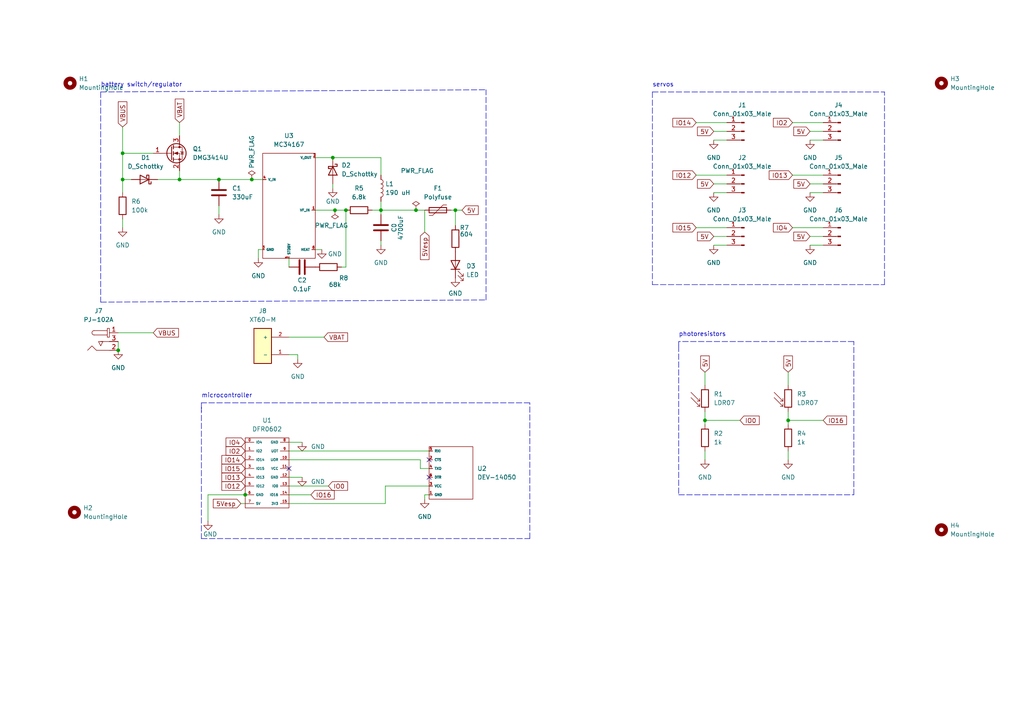
<source format=kicad_sch>
(kicad_sch (version 20211123) (generator eeschema)
  (paper "A4")
  (lib_symbols
    (symbol "Connector:Conn_01x03_Male" (pin_names (offset 1.016) hide)
      (property "Reference" "J" (at 0 5.08 0))
      (property "Value" "Conn_01x03_Male" (at 0 -5.08 0))
      (symbol "Conn_01x03_Male_1_1"
        (polyline (pts (xy 1.27 -2.54) (xy 0.8636 -2.54)) (stroke (width 0.1524)))
        (polyline (pts (xy 1.27 0) (xy 0.8636 0)) (stroke (width 0.1524)))
        (polyline (pts (xy 1.27 2.54) (xy 0.8636 2.54)) (stroke (width 0.1524)))
        (rectangle (start 0.8636 -2.413) (end 0 -2.667) (stroke (width 0.1524)) (fill (type outline)))
        (rectangle (start 0.8636 0.127) (end 0 -0.127) (stroke (width 0.1524)) (fill (type outline)))
        (rectangle (start 0.8636 2.667) (end 0 2.413) (stroke (width 0.1524)) (fill (type outline)))
        (pin passive line (at 5.08 2.54 180) (length 3.81) (name "Pin_1") (number "1"))
        (pin passive line (at 5.08 0 180) (length 3.81) (name "Pin_2") (number "2"))
        (pin passive line (at 5.08 -2.54 180) (length 3.81) (name "Pin_3") (number "3"))
      )
    )
    (symbol "CustomSymbols:DEV-14050"
      (property "Reference" "U" (at 0 -8.89 0))
      (property "Value" "DEV-14050" (at 0 8.89 0))
      (symbol "DEV-14050_0_1"
        (polyline (pts (xy -6.35 -7.62) (xy 6.35 -7.62) (xy 6.35 7.62) (xy -6.35 7.62) (xy -6.35 -7.62)))
      )
      (symbol "DEV-14050_1_1"
        (pin power_in line (at -6.35 -6.35 0) (length 1) (name "GND") (number "1"))
        (pin bidirectional line (at -6.35 3.81 0) (length 1) (name "CTS") (number "2"))
        (pin power_in line (at -6.35 -3.81 0) (length 1) (name "VCC") (number "3"))
        (pin bidirectional line (at -6.35 1.27 0) (length 1) (name "TXO") (number "4"))
        (pin bidirectional line (at -6.35 6.35 0) (length 1) (name "RXI") (number "5"))
        (pin bidirectional line (at -6.35 -1.27 0) (length 1) (name "DTR") (number "6"))
      )
    )
    (symbol "CustomSymbols:DFR0602"
      (property "Reference" "U" (at 0 -7.62 0))
      (property "Value" "DFR0602" (at 0 15.24 0))
      (symbol "DFR0602_0_1"
        (polyline (pts (xy -6.35 -6.35) (xy 6.35 -6.35) (xy 6.35 13.97) (xy -6.35 13.97) (xy -6.35 -6.35)))
      )
      (symbol "DFR0602_1_1"
        (pin output line (at -6.35 12.7 0) (length 2.54) (name "IO4") (number "0"))
        (pin output line (at -6.35 10.16 0) (length 2.54) (name "IO2") (number "1"))
        (pin output line (at 6.35 7.62 180) (length 2.54) (name "UOR") (number "10"))
        (pin power_out line (at 6.35 5.08 180) (length 2.54) (name "VCC") (number "11"))
        (pin power_out line (at 6.35 2.54 180) (length 2.54) (name "GND") (number "12"))
        (pin output line (at 6.35 0 180) (length 2.54) (name "IO0") (number "13"))
        (pin output line (at 6.35 -2.54 180) (length 2.54) (name "IO16") (number "14"))
        (pin power_out line (at 6.35 -5.08 180) (length 2.54) (name "3V3") (number "15"))
        (pin output line (at -6.35 7.62 0) (length 2.54) (name "IO14") (number "2"))
        (pin output line (at -6.35 5.08 0) (length 2.54) (name "IO15") (number "3"))
        (pin output line (at -6.35 2.54 0) (length 2.54) (name "IO13") (number "4"))
        (pin output line (at -6.35 0 0) (length 2.54) (name "IO12") (number "5"))
        (pin power_in line (at -6.35 -2.54 0) (length 2.54) (name "GND") (number "6"))
        (pin power_in line (at -6.35 -5.08 0) (length 2.54) (name "5V") (number "7"))
        (pin power_in line (at 6.35 12.7 180) (length 2.54) (name "GND") (number "8"))
        (pin output line (at 6.35 10.16 180) (length 2.54) (name "UOT") (number "9"))
      )
    )
    (symbol "CustomSymbols:MC34167"
      (property "Reference" "U3" (at 0 21.59 0))
      (property "Value" "MC34167" (at 0 19.05 0))
      (symbol "MC34167_0_1"
        (polyline (pts (xy -7.62 -13.97) (xy 7.62 -13.97) (xy 7.62 16.51) (xy -7.62 16.51) (xy -7.62 -13.97)))
      )
      (symbol "MC34167_1_1"
        (pin power_in line (at 7.62 0 180) (length 1) (name "VF_IN") (number "1"))
        (pin power_out line (at 7.62 15.24 180) (length 0.5) (name "V_OUT") (number "2"))
        (pin power_in line (at -7.62 -11.43 0) (length 0.5) (name "GND") (number "3"))
        (pin power_in line (at -7.62 8.89 0) (length 1) (name "V_IN") (number "4"))
        (pin output line (at 0 -13.97 90) (length 0.5) (name "STDBY") (number "5"))
        (pin power_in line (at 7.62 -11.43 180) (length 1) (name "HEAT") (number "6"))
      )
    )
    (symbol "CustomSymbols:XT60-M" (pin_names (offset 1.016))
      (property "Reference" "J" (at -2.54 5.715 0))
      (property "Value" "XT60-M" (at -2.54 -7.62 0))
      (symbol "XT60-M_0_0"
        (rectangle (start -2.54 -5.08) (end 2.54 5.08) (stroke (width 0.254)) (fill (type background)))
        (pin passive line (at -7.62 2.54 0) (length 5.08) (name "-") (number "1"))
        (pin passive line (at -7.62 -2.54 0) (length 5.08) (name "+") (number "2"))
      )
    )
    (symbol "Device:C" (pin_numbers hide) (pin_names (offset 0.254))
      (property "Reference" "C" (at 0.635 2.54 0))
      (property "Value" "C" (at 0.635 -2.54 0))
      (symbol "C_0_1"
        (polyline (pts (xy -2.032 -0.762) (xy 2.032 -0.762)) (stroke (width 0.508)))
        (polyline (pts (xy -2.032 0.762) (xy 2.032 0.762)) (stroke (width 0.508)))
      )
      (symbol "C_1_1"
        (pin passive line (at 0 3.81 270) (length 2.794) (name "~") (number "1"))
        (pin passive line (at 0 -3.81 90) (length 2.794) (name "~") (number "2"))
      )
    )
    (symbol "Device:D_Schottky" (pin_numbers hide) (pin_names (offset 1.016) hide)
      (property "Reference" "D" (at 0 2.54 0))
      (property "Value" "D_Schottky" (at 0 -2.54 0))
      (symbol "D_Schottky_0_1"
        (polyline (pts (xy 1.27 0) (xy -1.27 0)))
        (polyline (pts (xy 1.27 1.27) (xy 1.27 -1.27) (xy -1.27 0) (xy 1.27 1.27)) (stroke (width 0.254)))
        (polyline (pts (xy -1.905 0.635) (xy -1.905 1.27) (xy -1.27 1.27) (xy -1.27 -1.27) (xy -0.635 -1.27) (xy -0.635 -0.635)) (stroke (width 0.254)))
      )
      (symbol "D_Schottky_1_1"
        (pin passive line (at -3.81 0 0) (length 2.54) (name "K") (number "1"))
        (pin passive line (at 3.81 0 180) (length 2.54) (name "A") (number "2"))
      )
    )
    (symbol "Device:L" (pin_numbers hide) (pin_names (offset 1.016) hide)
      (property "Reference" "L" (at -1.27 0 90))
      (property "Value" "L" (at 1.905 0 90))
      (symbol "L_0_1"
        (arc (start 0 -2.54) (mid 0.635 -1.905) (end 0 -1.27))
        (arc (start 0 -1.27) (mid 0.635 -0.635) (end 0 0))
        (arc (start 0 0) (mid 0.635 0.635) (end 0 1.27))
        (arc (start 0 1.27) (mid 0.635 1.905) (end 0 2.54))
      )
      (symbol "L_1_1"
        (pin passive line (at 0 3.81 270) (length 1.27) (name "1") (number "1"))
        (pin passive line (at 0 -3.81 90) (length 1.27) (name "2") (number "2"))
      )
    )
    (symbol "Device:LED" (pin_numbers hide) (pin_names (offset 1.016) hide)
      (property "Reference" "D" (at 0 2.54 0))
      (property "Value" "LED" (at 0 -2.54 0))
      (symbol "LED_0_1"
        (polyline (pts (xy -1.27 -1.27) (xy -1.27 1.27)) (stroke (width 0.254)))
        (polyline (pts (xy -1.27 0) (xy 1.27 0)))
        (polyline (pts (xy 1.27 -1.27) (xy 1.27 1.27) (xy -1.27 0) (xy 1.27 -1.27)) (stroke (width 0.254)))
        (polyline (pts (xy -3.048 -0.762) (xy -4.572 -2.286) (xy -3.81 -2.286) (xy -4.572 -2.286) (xy -4.572 -1.524)))
        (polyline (pts (xy -1.778 -0.762) (xy -3.302 -2.286) (xy -2.54 -2.286) (xy -3.302 -2.286) (xy -3.302 -1.524)))
      )
      (symbol "LED_1_1"
        (pin passive line (at -3.81 0 0) (length 2.54) (name "K") (number "1"))
        (pin passive line (at 3.81 0 180) (length 2.54) (name "A") (number "2"))
      )
    )
    (symbol "Device:Polyfuse" (pin_numbers hide) (pin_names (offset 0))
      (property "Reference" "F" (at -2.54 0 90))
      (property "Value" "Polyfuse" (at 2.54 0 90))
      (symbol "Polyfuse_0_1"
        (rectangle (start -0.762 2.54) (end 0.762 -2.54) (stroke (width 0.254)))
        (polyline (pts (xy 0 2.54) (xy 0 -2.54)))
        (polyline (pts (xy -1.524 2.54) (xy -1.524 1.524) (xy 1.524 -1.524) (xy 1.524 -2.54)))
      )
      (symbol "Polyfuse_1_1"
        (pin passive line (at 0 3.81 270) (length 1.27) (name "~") (number "1"))
        (pin passive line (at 0 -3.81 90) (length 1.27) (name "~") (number "2"))
      )
    )
    (symbol "Device:R" (pin_numbers hide) (pin_names (offset 0))
      (property "Reference" "R" (at 2.032 0 90))
      (property "Value" "R" (at 0 0 90))
      (symbol "R_0_1"
        (rectangle (start -1.016 -2.54) (end 1.016 2.54) (stroke (width 0.254)))
      )
      (symbol "R_1_1"
        (pin passive line (at 0 3.81 270) (length 1.27) (name "~") (number "1"))
        (pin passive line (at 0 -3.81 90) (length 1.27) (name "~") (number "2"))
      )
    )
    (symbol "Mechanical:MountingHole" (pin_names (offset 1.016))
      (property "Reference" "H" (at 0 5.08 0))
      (property "Value" "MountingHole" (at 0 3.175 0))
      (symbol "MountingHole_0_1"
        (circle (center 0 0) (radius 1.27) (stroke (width 1.27)))
      )
    )
    (symbol "Sensor_Optical:LDR07" (pin_numbers hide) (pin_names (offset 0))
      (property "Reference" "R" (at -5.08 0 90))
      (property "Value" "LDR07" (at 1.905 0 90))
      (symbol "LDR07_0_1"
        (rectangle (start -1.016 2.54) (end 1.016 -2.54) (stroke (width 0.254)))
        (polyline (pts (xy -1.524 -2.286) (xy -4.064 0.254)))
        (polyline (pts (xy -1.524 -2.286) (xy -2.286 -2.286)))
        (polyline (pts (xy -1.524 -2.286) (xy -1.524 -1.524)))
        (polyline (pts (xy -1.524 -0.762) (xy -4.064 1.778)))
        (polyline (pts (xy -1.524 -0.762) (xy -2.286 -0.762)))
        (polyline (pts (xy -1.524 -0.762) (xy -1.524 0)))
      )
      (symbol "LDR07_1_1"
        (pin passive line (at 0 3.81 270) (length 1.27) (name "~") (number "1"))
        (pin passive line (at 0 -3.81 90) (length 1.27) (name "~") (number "2"))
      )
    )
    (symbol "Transistor_FET:DMG3414U" (pin_names hide)
      (property "Reference" "Q" (at 5.08 1.905 0))
      (property "Value" "DMG3414U" (at 5.08 0 0))
      (symbol "DMG3414U_0_1"
        (polyline (pts (xy 0.254 0) (xy -2.54 0)))
        (polyline (pts (xy 0.254 1.905) (xy 0.254 -1.905)) (stroke (width 0.254)))
        (polyline (pts (xy 0.762 -1.27) (xy 0.762 -2.286)) (stroke (width 0.254)))
        (polyline (pts (xy 0.762 0.508) (xy 0.762 -0.508)) (stroke (width 0.254)))
        (polyline (pts (xy 0.762 2.286) (xy 0.762 1.27)) (stroke (width 0.254)))
        (polyline (pts (xy 2.54 2.54) (xy 2.54 1.778)))
        (polyline (pts (xy 2.54 -2.54) (xy 2.54 0) (xy 0.762 0)))
        (polyline (pts (xy 0.762 -1.778) (xy 3.302 -1.778) (xy 3.302 1.778) (xy 0.762 1.778)))
        (polyline (pts (xy 1.016 0) (xy 2.032 0.381) (xy 2.032 -0.381) (xy 1.016 0)) (fill (type outline)))
        (polyline (pts (xy 2.794 0.508) (xy 2.921 0.381) (xy 3.683 0.381) (xy 3.81 0.254)))
        (polyline (pts (xy 3.302 0.381) (xy 2.921 -0.254) (xy 3.683 -0.254) (xy 3.302 0.381)))
        (circle (center 1.651 0) (radius 2.794) (stroke (width 0.254)))
        (circle (center 2.54 -1.778) (radius 0.254) (fill (type outline)))
        (circle (center 2.54 1.778) (radius 0.254) (fill (type outline)))
      )
      (symbol "DMG3414U_1_1"
        (pin input line (at -5.08 0 0) (length 2.54) (name "G") (number "1"))
        (pin passive line (at 2.54 -5.08 90) (length 2.54) (name "S") (number "2"))
        (pin passive line (at 2.54 5.08 270) (length 2.54) (name "D") (number "3"))
      )
    )
    (symbol "dk_Barrel-Power-Connectors:PJ-102A" (pin_names (offset 1.016))
      (property "Reference" "J" (at 0 2.54 0))
      (property "Value" "PJ-102A" (at 0 -6.35 0))
      (symbol "PJ-102A_0_1"
        (arc (start -4.445 0.635) (mid -5.08 0) (end -4.445 -0.635))
        (rectangle (start -0.635 1.27) (end 0 -1.27))
        (polyline (pts (xy -0.635 -0.635) (xy -4.445 -0.635)))
        (polyline (pts (xy -0.635 0.635) (xy -4.445 0.635)))
        (polyline (pts (xy 0 -2.54) (xy -1.27 -2.54) (xy -2.54 -2.54)))
        (polyline (pts (xy 0 -5.08) (xy -3.81 -5.08) (xy -5.08 -3.81) (xy -6.35 -5.08)))
        (polyline (pts (xy -2.54 -2.54) (xy -3.175 -2.54) (xy -2.54 -3.81) (xy -1.905 -2.54) (xy -2.54 -2.54)))
      )
      (symbol "PJ-102A_1_1"
        (pin passive line (at 2.54 0 180) (length 2.54) (name "~") (number "1"))
        (pin passive line (at 2.54 -5.08 180) (length 2.54) (name "~") (number "2"))
        (pin passive line (at 2.54 -2.54 180) (length 2.54) (name "~") (number "3"))
      )
    )
    (symbol "power:GND" (power) (pin_names (offset 0))
      (property "Value" "GND" (at 0 -3.81 0))
      (symbol "GND_0_1"
        (polyline (pts (xy 0 0) (xy 0 -1.27) (xy 1.27 -1.27) (xy 0 -2.54) (xy -1.27 -1.27) (xy 0 -1.27)))
      )
      (symbol "GND_1_1"
        (pin power_in line (at 0 0 270) (length 0) hide (name "GND") (number "1"))
      )
    )
    (symbol "power:PWR_FLAG" (power) (pin_numbers hide) (pin_names (offset 0) hide)
      (property "Value" "PWR_FLAG" (at 0 3.81 0))
      (symbol "PWR_FLAG_0_0"
        (pin power_out line (at 0 0 90) (length 0) (name "pwr") (number "1"))
      )
      (symbol "PWR_FLAG_0_1"
        (polyline (pts (xy 0 0) (xy 0 1.27) (xy -1.016 1.905) (xy 0 2.54) (xy 1.016 1.905) (xy 0 1.27)))
      )
    )
  )
  (junction (at 63.5 52.07))
  (junction (at 120.65 60.96))
  (junction (at 132.08 60.96))
  (junction (at 100.33 60.96))
  (junction (at 96.52 45.72))
  (junction (at 228.6 121.92))
  (junction (at 35.56 44.45))
  (junction (at 34.29 101.6))
  (junction (at 97.155 60.96))
  (junction (at 71.12 143.51))
  (junction (at 35.56 52.07))
  (junction (at 52.07 52.07))
  (junction (at 110.49 60.96))
  (junction (at 204.47 121.92))
  (junction (at 73.025 52.07))
  (no_connect (at 124.46 133.35))
  (no_connect (at 124.46 138.43))
  (no_connect (at 83.82 135.89))
  (wire (pts (xy 35.56 44.45) (xy 35.56 52.07)))
  (wire (pts (xy 204.47 107.95) (xy 204.47 111.76)))
  (wire (pts (xy 71.755 143.51) (xy 71.12 143.51)))
  (wire (pts (xy 83.82 140.97) (xy 95.25 140.97)))
  (wire (pts (xy 210.82 53.34) (xy 207.01 53.34)))
  (wire (pts (xy 124.46 143.51) (xy 123.19 143.51)))
  (wire (pts (xy 228.6 121.92) (xy 238.76 121.92)))
  (wire (pts (xy 238.76 53.34) (xy 234.95 53.34)))
  (wire (pts (xy 96.52 45.72) (xy 110.49 45.72)))
  (wire (pts (xy 83.82 102.87) (xy 86.36 102.87)))
  (wire (pts (xy 38.1 52.07) (xy 35.56 52.07)))
  (polyline (pts (xy 58.42 156.21) (xy 153.67 156.21)))
  (wire (pts (xy 210.82 40.64) (xy 207.01 40.64)))
  (wire (pts (xy 210.82 71.12) (xy 207.01 71.12)))
  (wire (pts (xy 63.5 52.07) (xy 52.07 52.07)))
  (wire (pts (xy 97.155 60.96) (xy 100.33 60.96)))
  (polyline (pts (xy 256.54 82.55) (xy 256.54 26.67)))
  (wire (pts (xy 123.19 60.96) (xy 123.19 67.31)))
  (wire (pts (xy 91.44 72.39) (xy 93.345 72.39)))
  (polyline (pts (xy 189.23 26.67) (xy 256.54 26.67)))
  (polyline (pts (xy 247.65 143.51) (xy 247.65 99.06)))
  (wire (pts (xy 69.85 146.05) (xy 71.12 146.05)))
  (polyline (pts (xy 29.21 26.67) (xy 140.97 26.035)))
  (wire (pts (xy 76.2 72.39) (xy 74.93 72.39)))
  (wire (pts (xy 201.93 66.04) (xy 210.82 66.04)))
  (polyline (pts (xy 247.65 99.06) (xy 196.85 99.06)))
  (wire (pts (xy 228.6 121.92) (xy 228.6 123.19)))
  (wire (pts (xy 107.95 60.96) (xy 110.49 60.96)))
  (polyline (pts (xy 29.21 87.63) (xy 140.97 86.995)))
  (wire (pts (xy 210.82 55.88) (xy 207.01 55.88)))
  (wire (pts (xy 111.76 146.05) (xy 111.76 140.97)))
  (wire (pts (xy 229.87 66.04) (xy 238.76 66.04)))
  (wire (pts (xy 204.47 121.92) (xy 214.63 121.92)))
  (wire (pts (xy 238.76 55.88) (xy 234.95 55.88)))
  (wire (pts (xy 63.5 52.07) (xy 73.025 52.07)))
  (wire (pts (xy 110.49 58.42) (xy 110.49 60.96)))
  (wire (pts (xy 35.56 63.5) (xy 35.56 66.04)))
  (wire (pts (xy 201.93 50.8) (xy 210.82 50.8)))
  (polyline (pts (xy 196.85 99.06) (xy 196.85 100.33)))
  (wire (pts (xy 35.56 52.07) (xy 35.56 55.88)))
  (wire (pts (xy 86.36 104.14) (xy 86.36 102.87)))
  (wire (pts (xy 238.76 71.12) (xy 234.95 71.12)))
  (wire (pts (xy 120.65 60.96) (xy 123.19 60.96)))
  (polyline (pts (xy 140.97 86.995) (xy 140.97 26.035)))
  (wire (pts (xy 71.12 143.51) (xy 60.325 143.51)))
  (polyline (pts (xy 189.23 82.55) (xy 256.54 82.55)))
  (wire (pts (xy 52.07 49.53) (xy 52.07 52.07)))
  (wire (pts (xy 132.08 60.96) (xy 133.985 60.96)))
  (polyline (pts (xy 58.42 116.84) (xy 58.42 119.38)))
  (wire (pts (xy 238.76 68.58) (xy 234.95 68.58)))
  (wire (pts (xy 83.82 97.79) (xy 93.98 97.79)))
  (wire (pts (xy 201.93 35.56) (xy 210.82 35.56)))
  (wire (pts (xy 124.46 135.89) (xy 121.92 135.89)))
  (wire (pts (xy 99.06 77.47) (xy 100.33 77.47)))
  (wire (pts (xy 83.82 128.27) (xy 87.63 128.27)))
  (wire (pts (xy 83.82 74.93) (xy 83.82 77.47)))
  (wire (pts (xy 204.47 130.81) (xy 204.47 133.35)))
  (wire (pts (xy 228.6 130.81) (xy 228.6 133.35)))
  (wire (pts (xy 210.82 68.58) (xy 207.01 68.58)))
  (wire (pts (xy 110.49 50.8) (xy 110.49 45.72)))
  (wire (pts (xy 63.5 59.69) (xy 63.5 62.23)))
  (wire (pts (xy 83.82 143.51) (xy 90.17 143.51)))
  (wire (pts (xy 91.44 60.96) (xy 97.155 60.96)))
  (wire (pts (xy 34.29 99.06) (xy 34.29 101.6)))
  (wire (pts (xy 110.49 62.23) (xy 110.49 60.96)))
  (wire (pts (xy 45.72 52.07) (xy 52.07 52.07)))
  (wire (pts (xy 204.47 119.38) (xy 204.47 121.92)))
  (wire (pts (xy 110.49 60.96) (xy 120.65 60.96)))
  (wire (pts (xy 83.82 130.81) (xy 124.46 130.81)))
  (wire (pts (xy 130.81 60.96) (xy 132.08 60.96)))
  (wire (pts (xy 83.82 138.43) (xy 87.63 138.43)))
  (wire (pts (xy 73.025 52.07) (xy 76.2 52.07)))
  (polyline (pts (xy 153.67 156.21) (xy 153.67 116.84)))
  (wire (pts (xy 91.44 45.72) (xy 96.52 45.72)))
  (wire (pts (xy 123.19 143.51) (xy 123.19 144.78)))
  (wire (pts (xy 229.87 50.8) (xy 238.76 50.8)))
  (wire (pts (xy 121.92 135.89) (xy 121.92 133.35)))
  (polyline (pts (xy 153.67 116.84) (xy 58.42 116.84)))
  (polyline (pts (xy 196.85 143.51) (xy 247.65 143.51)))
  (wire (pts (xy 111.76 140.97) (xy 124.46 140.97)))
  (wire (pts (xy 132.08 60.96) (xy 132.08 65.405)))
  (wire (pts (xy 204.47 121.92) (xy 204.47 123.19)))
  (wire (pts (xy 96.52 53.34) (xy 96.52 54.61)))
  (wire (pts (xy 110.49 69.85) (xy 110.49 71.12)))
  (wire (pts (xy 100.33 60.96) (xy 100.33 77.47)))
  (polyline (pts (xy 29.21 26.67) (xy 29.21 87.63)))
  (wire (pts (xy 238.76 38.1) (xy 234.95 38.1)))
  (wire (pts (xy 229.87 35.56) (xy 238.76 35.56)))
  (wire (pts (xy 35.56 36.83) (xy 35.56 44.45)))
  (wire (pts (xy 228.6 107.95) (xy 228.6 111.76)))
  (wire (pts (xy 228.6 119.38) (xy 228.6 121.92)))
  (wire (pts (xy 74.93 72.39) (xy 74.93 74.93)))
  (wire (pts (xy 52.07 35.56) (xy 52.07 39.37)))
  (wire (pts (xy 210.82 38.1) (xy 207.01 38.1)))
  (wire (pts (xy 83.82 133.35) (xy 121.92 133.35)))
  (wire (pts (xy 238.76 40.64) (xy 234.95 40.64)))
  (wire (pts (xy 83.82 146.05) (xy 111.76 146.05)))
  (polyline (pts (xy 196.85 100.33) (xy 196.85 143.51)))
  (polyline (pts (xy 58.42 118.11) (xy 58.42 156.21)))
  (wire (pts (xy 34.29 96.52) (xy 44.45 96.52)))
  (wire (pts (xy 35.56 44.45) (xy 44.45 44.45)))
  (wire (pts (xy 60.325 143.51) (xy 60.325 151.13)))
  (polyline (pts (xy 189.23 26.67) (xy 189.23 82.55)))
  (text "servos" (at 189.23 25.4 0) (effects (font (size 1.27 1.27)) (justify left bottom)))
  (text "microcontroller" (at 58.42 115.57 0) (effects (font (size 1.27 1.27)) (justify left bottom)))
  (text "battery switch/regulator" (at 29.21 25.4 0) (effects (font (size 1.27 1.27)) (justify left bottom)))
  (text "photoresistors" (at 196.85 97.79 0) (effects (font (size 1.27 1.27)) (justify left bottom)))
  (global_label "VBUS" (shape input) (at 35.56 36.83 90) (property "Intersheet References" "${INTERSHEET_REFS}" (effects hide)))
  (global_label "5V" (shape input) (at 234.95 53.34 180) (property "Intersheet References" "${INTERSHEET_REFS}" (effects hide)))
  (global_label "IO12" (shape input) (at 201.93 50.8 180) (property "Intersheet References" "${INTERSHEET_REFS}" (effects hide)))
  (global_label "5Vesp" (shape input) (at 69.85 146.05 180) (property "Intersheet References" "${INTERSHEET_REFS}" (effects hide)))
  (global_label "VBAT" (shape input) (at 52.07 35.56 90) (property "Intersheet References" "${INTERSHEET_REFS}" (effects hide)))
  (global_label "5V" (shape input) (at 234.95 68.58 180) (property "Intersheet References" "${INTERSHEET_REFS}" (effects hide)))
  (global_label "IO4" (shape input) (at 71.12 128.27 180) (property "Intersheet References" "${INTERSHEET_REFS}" (effects hide)))
  (global_label "IO2" (shape input) (at 71.12 130.81 180) (property "Intersheet References" "${INTERSHEET_REFS}" (effects hide)))
  (global_label "IO13" (shape input) (at 229.87 50.8 180) (property "Intersheet References" "${INTERSHEET_REFS}" (effects hide)))
  (global_label "IO16" (shape input) (at 90.17 143.51 0) (property "Intersheet References" "${INTERSHEET_REFS}" (effects hide)))
  (global_label "IO14" (shape input) (at 201.93 35.56 180) (property "Intersheet References" "${INTERSHEET_REFS}" (effects hide)))
  (global_label "IO12" (shape input) (at 71.12 140.97 180) (property "Intersheet References" "${INTERSHEET_REFS}" (effects hide)))
  (global_label "IO4" (shape input) (at 229.87 66.04 180) (property "Intersheet References" "${INTERSHEET_REFS}" (effects hide)))
  (global_label "VBAT" (shape input) (at 93.98 97.79 0) (property "Intersheet References" "${INTERSHEET_REFS}" (effects hide)))
  (global_label "IO2" (shape input) (at 229.87 35.56 180) (property "Intersheet References" "${INTERSHEET_REFS}" (effects hide)))
  (global_label "IO16" (shape input) (at 238.76 121.92 0) (property "Intersheet References" "${INTERSHEET_REFS}" (effects hide)))
  (global_label "IO15" (shape input) (at 71.12 135.89 180) (property "Intersheet References" "${INTERSHEET_REFS}" (effects hide)))
  (global_label "5V" (shape input) (at 204.47 107.95 90) (property "Intersheet References" "${INTERSHEET_REFS}" (effects hide)))
  (global_label "IO13" (shape input) (at 71.12 138.43 180) (property "Intersheet References" "${INTERSHEET_REFS}" (effects hide)))
  (global_label "5V" (shape input) (at 207.01 53.34 180) (property "Intersheet References" "${INTERSHEET_REFS}" (effects hide)))
  (global_label "5V" (shape input) (at 228.6 107.95 90) (property "Intersheet References" "${INTERSHEET_REFS}" (effects hide)))
  (global_label "IO0" (shape input) (at 95.25 140.97 0) (property "Intersheet References" "${INTERSHEET_REFS}" (effects hide)))
  (global_label "VBUS" (shape input) (at 44.45 96.52 0) (property "Intersheet References" "${INTERSHEET_REFS}" (effects hide)))
  (global_label "5V" (shape input) (at 207.01 38.1 180) (property "Intersheet References" "${INTERSHEET_REFS}" (effects hide)))
  (global_label "5V" (shape input) (at 133.985 60.96 0) (property "Intersheet References" "${INTERSHEET_REFS}" (effects hide)))
  (global_label "IO14" (shape input) (at 71.12 133.35 180) (property "Intersheet References" "${INTERSHEET_REFS}" (effects hide)))
  (global_label "5V" (shape input) (at 207.01 68.58 180) (property "Intersheet References" "${INTERSHEET_REFS}" (effects hide)))
  (global_label "IO0" (shape input) (at 214.63 121.92 0) (property "Intersheet References" "${INTERSHEET_REFS}" (effects hide)))
  (global_label "5V" (shape input) (at 234.95 38.1 180) (property "Intersheet References" "${INTERSHEET_REFS}" (effects hide)))
  (global_label "5Vesp" (shape input) (at 123.19 67.31 270) (property "Intersheet References" "${INTERSHEET_REFS}" (effects hide)))
  (global_label "IO15" (shape input) (at 201.93 66.04 180) (property "Intersheet References" "${INTERSHEET_REFS}" (effects hide)))
  (symbol (lib_id "Device:R") (at 35.56 59.69 0) (unit 1)
    (property "Reference" "R6" (at 38.1 58.4199 0) (effects (justify left)))
    (property "Value" "100k" (at 38.1 60.9599 0) (effects (justify left)))
    (property "Footprint" "Resistor_SMD:R_0603_1608Metric" (effects hide))
  )
  (symbol (lib_id "Transistor_FET:DMG3414U") (at 49.53 44.45 0) (unit 1)
    (property "Reference" "Q1" (at 55.88 43.1799 0) (effects (justify left)))
    (property "Value" "DMG3414U" (at 55.88 45.7199 0) (effects (justify left)))
    (property "Footprint" "Package_TO_SOT_SMD:SOT-23" (effects hide))
    (property "Datasheet" "http://www.diodes.com/assets/Datasheets/ds31739.pdf" (effects hide))
  )
  (symbol (lib_id "power:PWR_FLAG") (at 97.155 60.96 180) (unit 1)
    (property "Reference" "#FLG0101" (effects hide))
    (property "Value" "PWR_FLAG" (at 100.965 65.405 0) (effects (justify left)))
  )
  (symbol (lib_id "Connector:Conn_01x03_Male") (at 215.9 53.34 0) (mirror y) (unit 1)
    (property "Reference" "J2" (at 215.265 45.72 0))
    (property "Value" "Conn_01x03_Male" (at 215.265 48.26 0))
    (property "Footprint" "Connector:FanPinHeader_1x03_P2.54mm_Vertical" (effects hide))
  )
  (symbol (lib_id "power:GND") (at 228.6 133.35 0) (unit 1)
    (property "Reference" "#PWR0101" (effects hide))
    (property "Value" "GND" (at 228.6 138.43 0))
  )
  (symbol (lib_id "power:GND") (at 93.345 72.39 0) (unit 1)
    (property "Reference" "#PWR03" (effects hide))
    (property "Value" "GND" (at 97.155 73.66 0))
  )
  (symbol (lib_id "power:GND") (at 35.56 66.04 0) (unit 1)
    (property "Reference" "#PWR02" (effects hide))
    (property "Value" "GND" (at 35.56 71.12 0))
  )
  (symbol (lib_id "Device:C") (at 63.5 55.88 0) (unit 1)
    (property "Reference" "C1" (at 67.31 54.6099 0) (effects (justify left)))
    (property "Value" "330uF" (at 67.31 57.1499 0) (effects (justify left)))
    (property "Footprint" "Capacitor_THT:CP_Radial_D10.0mm_P5.00mm" (effects hide))
  )
  (symbol (lib_id "power:PWR_FLAG") (at 73.025 52.07 0) (unit 1)
    (property "Reference" "#FLG0102" (effects hide))
    (property "Value" "PWR_FLAG" (at 73.0251 48.895 90) (effects (justify left)))
  )
  (symbol (lib_id "power:GND") (at 63.5 62.23 0) (unit 1)
    (property "Reference" "#PWR04" (effects hide))
    (property "Value" "GND" (at 63.5 67.31 0))
  )
  (symbol (lib_id "CustomSymbols:DEV-14050") (at 130.81 137.16 0) (unit 1)
    (property "Reference" "U2" (at 138.43 135.8899 0) (effects (justify left)))
    (property "Value" "DEV-14050" (at 138.43 138.4299 0) (effects (justify left)))
    (property "Footprint" "Connector_PinHeader_2.54mm:PinHeader_1x06_P2.54mm_Vertical" (effects hide))
  )
  (symbol (lib_id "Device:D_Schottky") (at 41.91 52.07 180) (unit 1)
    (property "Reference" "D1" (at 42.2275 45.72 0))
    (property "Value" "D_Schottky" (at 42.2275 48.26 0))
    (property "Footprint" "Diode_SMD:D_SMA" (effects hide))
  )
  (symbol (lib_id "Device:LED") (at 132.08 76.835 90) (unit 1)
    (property "Reference" "D3" (at 135.255 77.1524 90) (effects (justify right)))
    (property "Value" "LED" (at 135.255 79.6924 90) (effects (justify right)))
    (property "Footprint" "LED_SMD:LED_0603_1608Metric" (effects hide))
  )
  (symbol (lib_id "power:GND") (at 207.01 71.12 0) (mirror y) (unit 1)
    (property "Reference" "#PWR014" (effects hide))
    (property "Value" "GND" (at 207.01 76.2 0))
  )
  (symbol (lib_id "dk_Barrel-Power-Connectors:PJ-102A") (at 31.75 96.52 0) (unit 1)
    (property "Reference" "J7" (at 28.575 90.17 0))
    (property "Value" "PJ-102A" (at 28.575 92.71 0))
    (property "Footprint" "Symbol:barreljack-eye" (effects hide))
    (property "Datasheet" "https://www.cui.com/product/resource/digikeypdf/pj-102a.pdf" (effects hide))
    (property "Digi-Key_PN" "CP-102A-ND" (effects hide))
    (property "MPN" "PJ-102A" (effects hide))
    (property "Category" "Connectors, Interconnects" (effects hide))
    (property "Family" "Barrel - Power Connectors" (effects hide))
    (property "DK_Datasheet_Link" "https://www.cui.com/product/resource/digikeypdf/pj-102a.pdf" (effects hide))
    (property "DK_Detail_Page" "/product-detail/en/cui-inc/PJ-102A/CP-102A-ND/275425" (effects hide))
    (property "Description" "CONN PWR JACK 2X5.5MM SOLDER" (effects hide))
    (property "Manufacturer" "CUI Inc." (effects hide))
    (property "Status" "Active" (effects hide))
  )
  (symbol (lib_id "power:GND") (at 34.29 101.6 0) (unit 1)
    (property "Reference" "#PWR01" (effects hide))
    (property "Value" "GND" (at 34.29 106.68 0))
  )
  (symbol (lib_id "power:GND") (at 87.63 128.27 0) (unit 1)
    (property "Reference" "#PWR07" (effects hide))
    (property "Value" "GND" (at 90.17 129.5399 0) (effects (justify left)))
  )
  (symbol (lib_id "power:GND") (at 86.36 104.14 0) (unit 1)
    (property "Reference" "#PWR0103" (effects hide))
    (property "Value" "GND" (at 86.36 109.22 0))
  )
  (symbol (lib_id "Sensor_Optical:LDR07") (at 228.6 115.57 0) (unit 1)
    (property "Reference" "R3" (at 231.14 114.2999 0) (effects (justify left)))
    (property "Value" "LDR07" (at 231.14 116.8399 0) (effects (justify left)))
    (property "Footprint" "OptoDevice:R_LDR_5.1x4.3mm_P3.4mm_Vertical" (effects hide))
    (property "Datasheet" "http://www.tme.eu/de/Document/f2e3ad76a925811312d226c31da4cd7e/LDR07.pdf" (effects hide))
  )
  (symbol (lib_id "power:GND") (at 234.95 55.88 0) (mirror y) (unit 1)
    (property "Reference" "#PWR016" (effects hide))
    (property "Value" "GND" (at 234.95 60.96 0))
  )
  (symbol (lib_id "power:PWR_FLAG") (at 120.65 60.96 0) (unit 1)
    (property "Reference" "#FLG0103" (effects hide))
    (property "Value" "PWR_FLAG" (at 116.205 49.53 0) (effects (justify left)))
  )
  (symbol (lib_id "power:GND") (at 207.01 55.88 0) (mirror y) (unit 1)
    (property "Reference" "#PWR013" (effects hide))
    (property "Value" "GND" (at 207.01 60.96 0))
  )
  (symbol (lib_id "Mechanical:MountingHole") (at 21.59 148.59 0) (unit 1)
    (property "Reference" "H2" (at 24.13 147.3199 0) (effects (justify left)))
    (property "Value" "MountingHole" (at 24.13 149.8599 0) (effects (justify left)))
    (property "Footprint" "MountingHole:MountingHole_2.1mm" (effects hide))
  )
  (symbol (lib_id "power:GND") (at 110.49 71.12 0) (unit 1)
    (property "Reference" "#PWR010" (effects hide))
    (property "Value" "GND" (at 110.49 76.2 0))
  )
  (symbol (lib_id "Device:R") (at 104.14 60.96 270) (unit 1)
    (property "Reference" "R5" (at 104.14 54.61 90))
    (property "Value" "6.8k" (at 104.14 57.15 90))
    (property "Footprint" "Resistor_SMD:R_0603_1608Metric" (effects hide))
  )
  (symbol (lib_id "Device:R") (at 95.25 77.47 270) (unit 1)
    (property "Reference" "R8" (at 99.695 80.645 90))
    (property "Value" "68k" (at 97.155 82.55 90))
    (property "Footprint" "Resistor_SMD:R_0603_1608Metric" (effects hide))
  )
  (symbol (lib_id "power:GND") (at 234.95 71.12 0) (mirror y) (unit 1)
    (property "Reference" "#PWR017" (effects hide))
    (property "Value" "GND" (at 234.95 76.2 0))
  )
  (symbol (lib_id "Connector:Conn_01x03_Male") (at 243.84 53.34 0) (mirror y) (unit 1)
    (property "Reference" "J5" (at 243.205 45.72 0))
    (property "Value" "Conn_01x03_Male" (at 243.205 48.26 0))
    (property "Footprint" "Connector:FanPinHeader_1x03_P2.54mm_Vertical" (effects hide))
  )
  (symbol (lib_id "power:GND") (at 96.52 54.61 0) (unit 1)
    (property "Reference" "#PWR09" (effects hide))
    (property "Value" "GND" (at 96.52 58.42 0))
  )
  (symbol (lib_id "Device:C") (at 110.49 66.04 180) (unit 1)
    (property "Reference" "C0" (at 114.3 66.04 90))
    (property "Value" "4700uF" (at 116.205 66.04 90))
    (property "Footprint" "Capacitor_THT:CP_Radial_D16.0mm_P7.50mm" (effects hide))
  )
  (symbol (lib_id "Mechanical:MountingHole") (at 20.32 24.13 0) (unit 1)
    (property "Reference" "H1" (at 22.86 22.8599 0) (effects (justify left)))
    (property "Value" "MountingHole" (at 22.86 25.3999 0) (effects (justify left)))
    (property "Footprint" "MountingHole:MountingHole_2.1mm" (effects hide))
  )
  (symbol (lib_id "CustomSymbols:XT60-M") (at 76.2 100.33 180) (unit 1)
    (property "Reference" "J8" (at 76.2 90.17 0))
    (property "Value" "XT60-M" (at 76.2 92.71 0))
    (property "Footprint" "CustomLibrary:XT60-M" (effects hide))
    (property "MANUFACTURER" "AMASS" (effects hide))
    (property "PARTREV" "1.2" (effects hide))
    (property "STANDARD" "IPC-7251" (effects hide))
  )
  (symbol (lib_id "Device:L") (at 110.49 54.61 0) (unit 1)
    (property "Reference" "L1" (at 111.76 53.3399 0) (effects (justify left)))
    (property "Value" "190 uH" (at 111.76 55.8799 0) (effects (justify left)))
    (property "Footprint" "CustomLibrary:SRR1280-181K" (effects hide))
  )
  (symbol (lib_id "Connector:Conn_01x03_Male") (at 215.9 68.58 0) (mirror y) (unit 1)
    (property "Reference" "J3" (at 215.265 60.96 0))
    (property "Value" "Conn_01x03_Male" (at 215.265 63.5 0))
    (property "Footprint" "Connector:FanPinHeader_1x03_P2.54mm_Vertical" (effects hide))
  )
  (symbol (lib_id "Device:C") (at 87.63 77.47 90) (unit 1)
    (property "Reference" "C2" (at 87.63 81.28 90))
    (property "Value" "0.1uF" (at 87.63 83.82 90))
    (property "Footprint" "Capacitor_SMD:C_0603_1608Metric" (effects hide))
  )
  (symbol (lib_id "CustomSymbols:MC34167") (at 83.82 60.96 0) (unit 1)
    (property "Reference" "U3" (at 83.82 39.37 0))
    (property "Value" "MC34167" (at 83.82 41.91 0))
    (property "Footprint" "Symbol:MC34167 - 5V StepDownRegulator" (effects hide))
  )
  (symbol (lib_id "power:GND") (at 74.93 74.93 0) (unit 1)
    (property "Reference" "#PWR06" (effects hide))
    (property "Value" "GND" (at 74.93 80.01 0))
  )
  (symbol (lib_id "Device:R") (at 204.47 127 0) (unit 1)
    (property "Reference" "R2" (at 207.01 125.7299 0) (effects (justify left)))
    (property "Value" "1k" (at 207.01 128.2699 0) (effects (justify left)))
    (property "Footprint" "Resistor_SMD:R_0603_1608Metric" (effects hide))
  )
  (symbol (lib_id "power:GND") (at 132.08 80.645 0) (unit 1)
    (property "Reference" "#PWR0104" (effects hide))
    (property "Value" "GND" (at 132.08 85.09 0))
  )
  (symbol (lib_id "CustomSymbols:DFR0602") (at 77.47 140.97 0) (unit 1)
    (property "Reference" "U1" (at 77.47 121.92 0))
    (property "Value" "DFR0602" (at 77.47 124.46 0))
    (property "Footprint" "CustomLibrary:ESP32-Cam" (effects hide))
  )
  (symbol (lib_id "Sensor_Optical:LDR07") (at 204.47 115.57 0) (unit 1)
    (property "Reference" "R1" (at 207.01 114.2999 0) (effects (justify left)))
    (property "Value" "LDR07" (at 207.01 116.8399 0) (effects (justify left)))
    (property "Footprint" "OptoDevice:R_LDR_5.1x4.3mm_P3.4mm_Vertical" (effects hide))
    (property "Datasheet" "http://www.tme.eu/de/Document/f2e3ad76a925811312d226c31da4cd7e/LDR07.pdf" (effects hide))
  )
  (symbol (lib_id "Mechanical:MountingHole") (at 273.05 153.67 0) (unit 1)
    (property "Reference" "H4" (at 275.59 152.3999 0) (effects (justify left)))
    (property "Value" "MountingHole" (at 275.59 154.9399 0) (effects (justify left)))
    (property "Footprint" "MountingHole:MountingHole_2.1mm" (effects hide))
  )
  (symbol (lib_id "Device:D_Schottky") (at 96.52 49.53 270) (unit 1)
    (property "Reference" "D2" (at 99.06 47.9424 90) (effects (justify left)))
    (property "Value" "D_Schottky" (at 99.06 50.4824 90) (effects (justify left)))
    (property "Footprint" "Diode_SMD:D_SMA" (effects hide))
  )
  (symbol (lib_id "Device:Polyfuse") (at 127 60.96 90) (unit 1)
    (property "Reference" "F1" (at 127 54.61 90))
    (property "Value" "Polyfuse" (at 127 57.15 90))
    (property "Footprint" "Fuse:Fuse_0805_2012Metric" (effects hide))
  )
  (symbol (lib_id "Connector:Conn_01x03_Male") (at 215.9 38.1 0) (mirror y) (unit 1)
    (property "Reference" "J1" (at 215.265 30.48 0))
    (property "Value" "Conn_01x03_Male" (at 215.265 33.02 0))
    (property "Footprint" "Connector:FanPinHeader_1x03_P2.54mm_Vertical" (effects hide))
  )
  (symbol (lib_id "power:GND") (at 207.01 40.64 0) (mirror y) (unit 1)
    (property "Reference" "#PWR012" (effects hide))
    (property "Value" "GND" (at 207.01 45.72 0))
  )
  (symbol (lib_id "power:GND") (at 234.95 40.64 0) (mirror y) (unit 1)
    (property "Reference" "#PWR015" (effects hide))
    (property "Value" "GND" (at 234.95 45.72 0))
  )
  (symbol (lib_id "Connector:Conn_01x03_Male") (at 243.84 38.1 0) (mirror y) (unit 1)
    (property "Reference" "J4" (at 243.205 30.48 0))
    (property "Value" "Conn_01x03_Male" (at 243.205 33.02 0))
    (property "Footprint" "Connector:FanPinHeader_1x03_P2.54mm_Vertical" (effects hide))
  )
  (symbol (lib_id "power:GND") (at 204.47 133.35 0) (unit 1)
    (property "Reference" "#PWR0102" (effects hide))
    (property "Value" "GND" (at 204.47 138.43 0))
  )
  (symbol (lib_id "Device:R") (at 132.08 69.215 0) (unit 1)
    (property "Reference" "R7" (at 133.35 66.04 0) (effects (justify left)))
    (property "Value" "604" (at 133.35 67.945 0) (effects (justify left)))
    (property "Footprint" "Resistor_SMD:R_0603_1608Metric" (effects hide))
  )
  (symbol (lib_id "power:GND") (at 60.325 151.13 0) (unit 1)
    (property "Reference" "#PWR05" (effects hide))
    (property "Value" "GND" (at 60.96 154.94 0))
  )
  (symbol (lib_id "Mechanical:MountingHole") (at 273.05 24.13 0) (unit 1)
    (property "Reference" "H3" (at 275.59 22.8599 0) (effects (justify left)))
    (property "Value" "MountingHole" (at 275.59 25.3999 0) (effects (justify left)))
    (property "Footprint" "MountingHole:MountingHole_2.1mm" (effects hide))
  )
  (symbol (lib_id "Connector:Conn_01x03_Male") (at 243.84 68.58 0) (mirror y) (unit 1)
    (property "Reference" "J6" (at 243.205 60.96 0))
    (property "Value" "Conn_01x03_Male" (at 243.205 63.5 0))
    (property "Footprint" "Connector:FanPinHeader_1x03_P2.54mm_Vertical" (effects hide))
  )
  (symbol (lib_id "power:GND") (at 87.63 138.43 0) (unit 1)
    (property "Reference" "#PWR08" (effects hide))
    (property "Value" "GND" (at 90.17 139.6999 0) (effects (justify left)))
  )
  (symbol (lib_id "power:GND") (at 123.19 144.78 0) (unit 1)
    (property "Reference" "#PWR011" (effects hide))
    (property "Value" "GND" (at 123.19 149.86 0))
  )
  (symbol (lib_id "Device:R") (at 228.6 127 0) (unit 1)
    (property "Reference" "R4" (at 231.14 125.7299 0) (effects (justify left)))
    (property "Value" "1k" (at 231.14 128.2699 0) (effects (justify left)))
    (property "Footprint" "Resistor_SMD:R_0603_1608Metric" (effects hide))
  )
)
</source>
